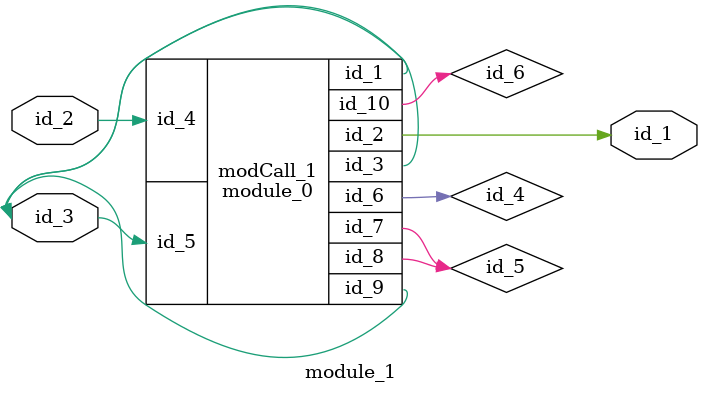
<source format=v>
module module_0 (
    id_1,
    id_2,
    id_3,
    id_4,
    id_5,
    id_6,
    id_7,
    id_8,
    id_9,
    id_10
);
  output wire id_10;
  output wire id_9;
  output wire id_8;
  output wire id_7;
  output wire id_6;
  input wire id_5;
  input wire id_4;
  output wire id_3;
  output wire id_2;
  output wire id_1;
  wire id_11;
  wire id_12;
  wire id_13;
  wire id_14 = id_5;
endmodule
module module_1 (
    id_1,
    id_2,
    id_3
);
  inout wire id_3;
  inout wire id_2;
  output wire id_1;
  wire id_4;
  wire id_5;
  wire id_6 = id_6;
  module_0 modCall_1 (
      id_3,
      id_1,
      id_3,
      id_2,
      id_3,
      id_4,
      id_5,
      id_5,
      id_3,
      id_6
  );
endmodule

</source>
